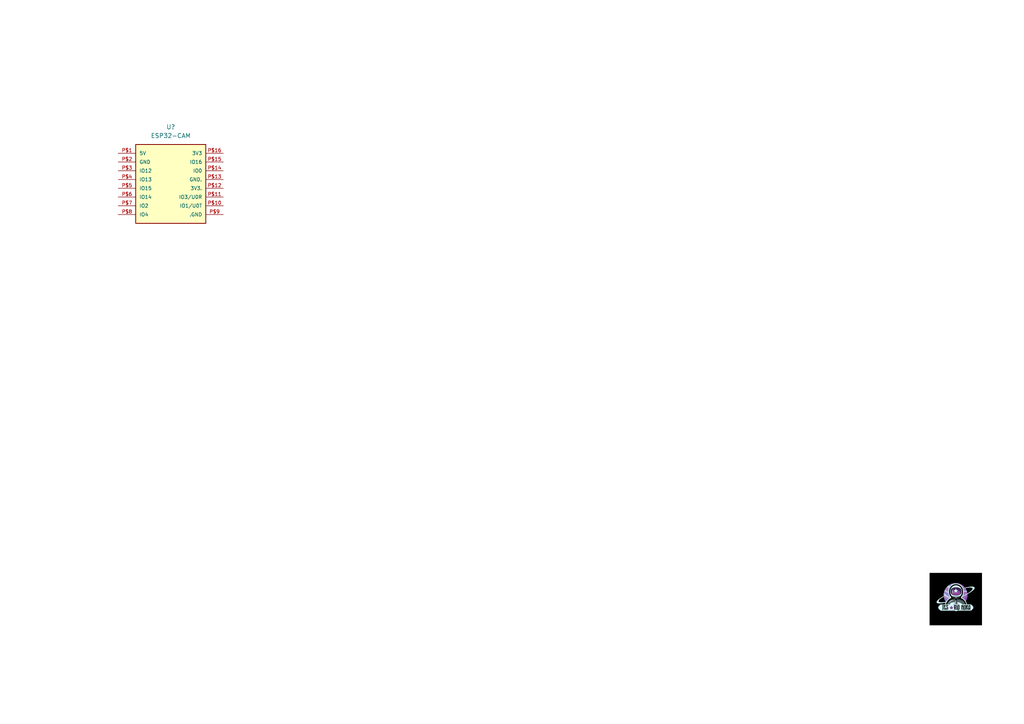
<source format=kicad_sch>
(kicad_sch (version 20211123) (generator eeschema)
  (paper "A4")
  (title_block (title "CansSat Schematic") (date "2023-02-27") (rev "1.0") (company "NoraSat") (comment 1 "Designed by Samuel MG"))
  (lib_symbols
    (symbol "esp32cam:ESP32-CAM" (pin_names (offset 1.016))
      (property "Reference" "U" (at -10.16 20.32 0))
      (property "Value" "ESP32-CAM" (at 0 0 0))
      (symbol "ESP32-CAM_0_0"
        (rectangle (start -10.16 -5.08) (end 10.16 17.78) (stroke (width 0.254)) (fill (type background)))
        (pin bidirectional line (at -15.24 15.24 0) (length 5.08) (name "5V") (number "P$1"))
        (pin bidirectional line (at 15.24 0 180) (length 5.08) (name "IO1/U0T") (number "P$10"))
        (pin bidirectional line (at 15.24 2.54 180) (length 5.08) (name "IO3/U0R") (number "P$11"))
        (pin bidirectional line (at 15.24 5.08 180) (length 5.08) (name "3V3.") (number "P$12"))
        (pin bidirectional line (at 15.24 7.62 180) (length 5.08) (name "GND.") (number "P$13"))
        (pin bidirectional line (at 15.24 10.16 180) (length 5.08) (name "IO0") (number "P$14"))
        (pin bidirectional line (at 15.24 12.7 180) (length 5.08) (name "IO16") (number "P$15"))
        (pin bidirectional line (at 15.24 15.24 180) (length 5.08) (name "3V3") (number "P$16"))
        (pin bidirectional line (at -15.24 12.7 0) (length 5.08) (name "GND") (number "P$2"))
        (pin bidirectional line (at -15.24 10.16 0) (length 5.08) (name "IO12") (number "P$3"))
        (pin bidirectional line (at -15.24 7.62 0) (length 5.08) (name "IO13") (number "P$4"))
        (pin bidirectional line (at -15.24 5.08 0) (length 5.08) (name "IO15") (number "P$5"))
        (pin bidirectional line (at -15.24 2.54 0) (length 5.08) (name "IO14") (number "P$6"))
        (pin bidirectional line (at -15.24 0 0) (length 5.08) (name "IO2") (number "P$7"))
        (pin bidirectional line (at -15.24 -2.54 0) (length 5.08) (name "IO4") (number "P$8"))
        (pin bidirectional line (at 15.24 -2.54 180) (length 5.08) (name ".GND") (number "P$9"))
      )
    )
  )
  (image (at 277.2156 173.7614) (scale 0.359091))
  (symbol (lib_id "esp32cam:ESP32-CAM") (at 49.53 59.69 0) (unit 1)
    (property "Reference" "U?" (at 49.53 36.83 0))
    (property "Value" "ESP32-CAM" (at 49.53 39.37 0))
    (property "Footprint" "ESP32-CAM" (effects hide))
  )
)
</source>
